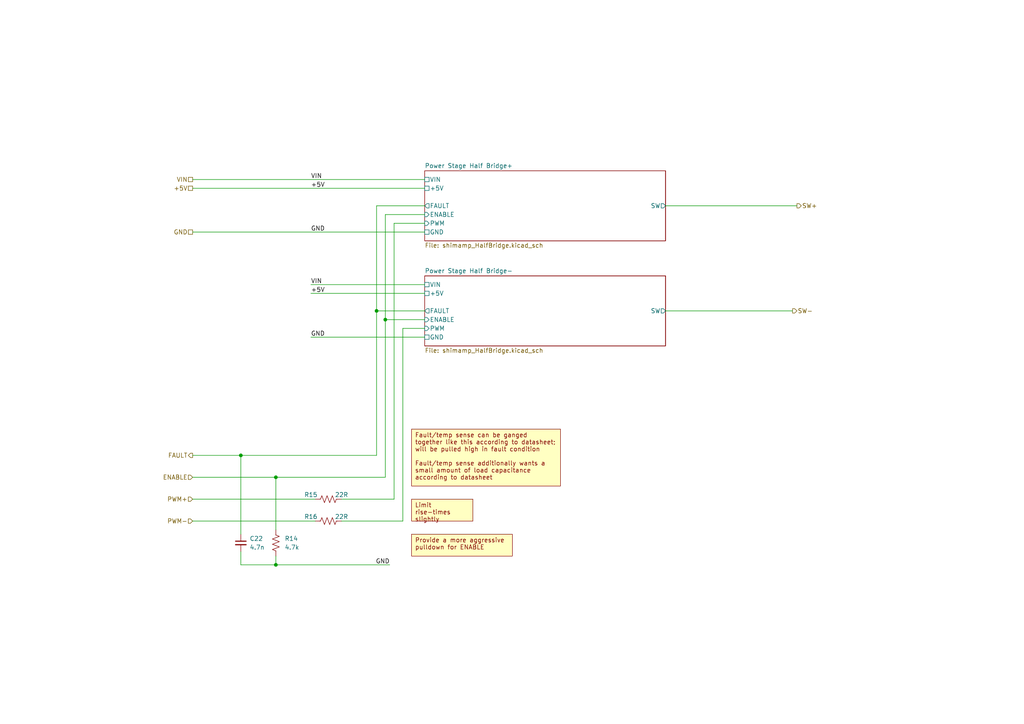
<source format=kicad_sch>
(kicad_sch (version 20230121) (generator eeschema)
  (paper "A4")
  (title_block (title "Shim Amplifier Prototype") (date "2023-08-01") (rev "A.1") (company "Ishaan Govindarajan"))
  (lib_symbols
    (symbol "Custom-Capacitor:CL05B472KB5NNNC" (pin_numbers hide) (pin_names (offset 0.254) hide)
      (property "Reference" "C" (at 0.254 1.778 0))
      (property "Value" "4.7n" (at 0.254 -2.032 0))
      (symbol "CL05B472KB5NNNC_0_1"
        (polyline (pts (xy -1.524 -0.508) (xy 1.524 -0.508)) (stroke (width 0.3302)))
        (polyline (pts (xy -1.524 0.508) (xy 1.524 0.508)) (stroke (width 0.3048)))
      )
      (symbol "CL05B472KB5NNNC_1_1"
        (pin passive line (at 0 2.54 270) (length 2.032) (name "~") (number "1"))
        (pin passive line (at 0 -2.54 90) (length 2.032) (name "~") (number "2"))
      )
    )
    (symbol "Custom-Resistor:RMCF0603FT22R0" (pin_numbers hide) (pin_names (offset 0))
      (property "Reference" "R" (at 2.54 0 90))
      (property "Value" "22R" (at -2.54 0 90))
      (symbol "RMCF0603FT22R0_0_1"
        (polyline (pts (xy 0 -2.286) (xy 0 -2.54)))
        (polyline (pts (xy 0 2.286) (xy 0 2.54)))
        (polyline (pts (xy 0 -0.762) (xy 1.016 -1.143) (xy 0 -1.524) (xy -1.016 -1.905) (xy 0 -2.286)))
        (polyline (pts (xy 0 0.762) (xy 1.016 0.381) (xy 0 0) (xy -1.016 -0.381) (xy 0 -0.762)))
        (polyline (pts (xy 0 2.286) (xy 1.016 1.905) (xy 0 1.524) (xy -1.016 1.143) (xy 0 0.762)))
      )
      (symbol "RMCF0603FT22R0_1_1"
        (pin passive line (at 0 3.81 270) (length 1.27) (name "~") (number "1"))
        (pin passive line (at 0 -3.81 90) (length 1.27) (name "~") (number "2"))
      )
    )
    (symbol "Custom-Resistor:RMCF0603FT4K70" (pin_numbers hide) (pin_names (offset 0))
      (property "Reference" "R" (at 2.54 0 90))
      (property "Value" "4.7k" (at -2.54 0 90))
      (symbol "RMCF0603FT4K70_0_1"
        (polyline (pts (xy 0 -2.286) (xy 0 -2.54)))
        (polyline (pts (xy 0 2.286) (xy 0 2.54)))
        (polyline (pts (xy 0 -0.762) (xy 1.016 -1.143) (xy 0 -1.524) (xy -1.016 -1.905) (xy 0 -2.286)))
        (polyline (pts (xy 0 0.762) (xy 1.016 0.381) (xy 0 0) (xy -1.016 -0.381) (xy 0 -0.762)))
        (polyline (pts (xy 0 2.286) (xy 1.016 1.905) (xy 0 1.524) (xy -1.016 1.143) (xy 0 0.762)))
      )
      (symbol "RMCF0603FT4K70_1_1"
        (pin passive line (at 0 3.81 270) (length 1.27) (name "~") (number "1"))
        (pin passive line (at 0 -3.81 90) (length 1.27) (name "~") (number "2"))
      )
    )
  )
  (junction (at 80.01 163.83))
  (junction (at 80.01 138.43))
  (junction (at 111.76 92.71))
  (junction (at 69.85 132.08))
  (junction (at 109.22 90.17))
  (wire (pts (xy 80.01 163.83) (xy 113.03 163.83)))
  (wire (pts (xy 111.76 92.71) (xy 111.76 138.43)))
  (wire (pts (xy 116.84 95.25) (xy 116.84 151.13)))
  (wire (pts (xy 80.01 138.43) (xy 111.76 138.43)))
  (wire (pts (xy 193.04 90.17) (xy 229.87 90.17)))
  (wire (pts (xy 111.76 62.23) (xy 111.76 92.71)))
  (wire (pts (xy 109.22 90.17) (xy 123.19 90.17)))
  (wire (pts (xy 90.17 82.55) (xy 123.19 82.55)))
  (wire (pts (xy 123.19 62.23) (xy 111.76 62.23)))
  (wire (pts (xy 109.22 90.17) (xy 109.22 132.08)))
  (wire (pts (xy 114.3 64.77) (xy 114.3 144.78)))
  (wire (pts (xy 109.22 59.69) (xy 123.19 59.69)))
  (wire (pts (xy 111.76 92.71) (xy 123.19 92.71)))
  (wire (pts (xy 193.04 59.69) (xy 231.14 59.69)))
  (wire (pts (xy 99.06 151.13) (xy 116.84 151.13)))
  (wire (pts (xy 109.22 59.69) (xy 109.22 90.17)))
  (wire (pts (xy 55.88 138.43) (xy 80.01 138.43)))
  (wire (pts (xy 80.01 161.29) (xy 80.01 163.83)))
  (wire (pts (xy 123.19 64.77) (xy 114.3 64.77)))
  (wire (pts (xy 90.17 85.09) (xy 123.19 85.09)))
  (wire (pts (xy 99.06 144.78) (xy 114.3 144.78)))
  (wire (pts (xy 69.85 132.08) (xy 109.22 132.08)))
  (wire (pts (xy 55.88 67.31) (xy 123.19 67.31)))
  (wire (pts (xy 116.84 95.25) (xy 123.19 95.25)))
  (wire (pts (xy 55.88 132.08) (xy 69.85 132.08)))
  (wire (pts (xy 55.88 151.13) (xy 91.44 151.13)))
  (wire (pts (xy 69.85 160.02) (xy 69.85 163.83)))
  (wire (pts (xy 55.88 144.78) (xy 91.44 144.78)))
  (wire (pts (xy 55.88 52.07) (xy 123.19 52.07)))
  (wire (pts (xy 90.17 97.79) (xy 123.19 97.79)))
  (wire (pts (xy 69.85 163.83) (xy 80.01 163.83)))
  (wire (pts (xy 80.01 138.43) (xy 80.01 153.67)))
  (wire (pts (xy 69.85 132.08) (xy 69.85 154.94)))
  (wire (pts (xy 55.88 54.61) (xy 123.19 54.61)))
  (text_box "Limit rise-times slightly\n" (at 119.38 144.78 0) (size 17.78 6.35) (stroke (width 0) (color 132 0 0 1)) (fill (type color) (color 255 255 194 1)) (effects (font (size 1.27 1.27)) (justify left top)))
  (text_box "Provide a more aggressive pulldown for ENABLE\n" (at 119.38 154.94 0) (size 29.21 6.35) (stroke (width 0) (color 132 0 0 1)) (fill (type color) (color 255 255 194 1)) (effects (font (size 1.27 1.27)) (justify left top)))
  (text_box "Fault/temp sense can be ganged together like this according to datasheet; will be pulled high in fault condition\n\nFault/temp sense additionally wants a small amount of load capacitance according to datasheet" (at 119.38 124.46 0) (size 43.18 16.51) (stroke (width 0) (color 132 0 0 1)) (fill (type color) (color 255 255 194 1)) (effects (font (size 1.27 1.27)) (justify left top)))
  (label "+5V" (at 90.17 85.09 0))
  (label "VIN" (at 90.17 52.07 0))
  (label "GND" (at 113.03 163.83 180))
  (label "VIN" (at 90.17 82.55 0))
  (label "GND" (at 90.17 97.79 0))
  (label "+5V" (at 90.17 54.61 0))
  (label "GND" (at 90.17 67.31 0))
  (hierarchical_label "PWM-" (shape input) (at 55.88 151.13 180))
  (hierarchical_label "PWM+" (shape input) (at 55.88 144.78 180))
  (hierarchical_label "GND" (shape passive) (at 55.88 67.31 180))
  (hierarchical_label "SW+" (shape output) (at 231.14 59.69 0))
  (hierarchical_label "FAULT" (shape output) (at 55.88 132.08 180))
  (hierarchical_label "ENABLE" (shape input) (at 55.88 138.43 180))
  (hierarchical_label "+5V" (shape passive) (at 55.88 54.61 180))
  (hierarchical_label "SW-" (shape output) (at 229.87 90.17 0))
  (hierarchical_label "VIN" (shape passive) (at 55.88 52.07 180))
  (symbol (lib_id "Custom-Resistor:RMCF0603FT22R0") (at 95.25 151.13 90) (unit 1)
    (property "Reference" "R16" (at 90.17 149.86 90))
    (property "Value" "22R" (at 99.06 149.86 90))
    (property "Footprint" "Resistor_SMD:R_0603_1608Metric_Pad0.98x0.95mm_HandSolder" (effects hide))
    (property "Datasheet" "https://www.seielect.com/Catalog/SEI-RMCF_RMCP.pdf" (effects hide))
    (property "Manufacturer" "Stackpole Electronics Inc" (effects hide))
    (property "Part Number" "RMCF0603FT22R0" (effects hide))
  )
  (symbol (lib_id "Custom-Resistor:RMCF0603FT22R0") (at 95.25 144.78 90) (unit 1)
    (property "Reference" "R15" (at 90.17 143.51 90))
    (property "Value" "22R" (at 99.06 143.51 90))
    (property "Footprint" "Resistor_SMD:R_0603_1608Metric_Pad0.98x0.95mm_HandSolder" (effects hide))
    (property "Datasheet" "https://www.seielect.com/Catalog/SEI-RMCF_RMCP.pdf" (effects hide))
    (property "Manufacturer" "Stackpole Electronics Inc" (effects hide))
    (property "Part Number" "RMCF0603FT22R0" (effects hide))
  )
  (symbol (lib_id "Custom-Resistor:RMCF0603FT4K70") (at 80.01 157.48 180) (unit 1)
    (property "Reference" "R14" (at 82.55 156.21 0) (effects (justify right)))
    (property "Value" "4.7k" (at 82.55 158.75 0) (effects (justify right)))
    (property "Footprint" "Resistor_SMD:R_0603_1608Metric_Pad0.98x0.95mm_HandSolder" (effects hide))
    (property "Datasheet" "https://www.seielect.com/Catalog/SEI-RMCF_RMCP.pdf" (effects hide))
    (property "Manufacturer" "Stackpole Electronics Inc" (effects hide))
    (property "Part Number" "RMCF0603FT4K70" (effects hide))
  )
  (symbol (lib_id "Custom-Capacitor:CL05B472KB5NNNC") (at 69.85 157.48 0) (unit 1)
    (property "Reference" "C22" (at 72.39 156.2163 0) (effects (justify left)))
    (property "Value" "4.7n" (at 72.39 158.7563 0) (effects (justify left)))
    (property "Footprint" "Capacitor_SMD:C_0402_1005Metric_Pad0.74x0.62mm_HandSolder" (effects hide))
    (property "Datasheet" "https://media.digikey.com/pdf/Data%20Sheets/Samsung%20PDFs/CL05B472KB5NNNC_Spec.pdf" (effects hide))
    (property "Manufacturer" "Samsung Electro-Mechanics" (effects hide))
    (property "Part Number" "CL05B472KB5NNNC" (effects hide))
  )
  (sheet (at 123.19 80.01) (size 69.85 20.32) (stroke (width 0.1524))
    (property "Sheetname" "Power Stage Half Bridge-" (at 123.19 79.2984 0) (effects (justify left bottom)))
    (property "Sheetfile" "shimamp_HalfBridge.kicad_sch" (at 123.19 100.9146 0) (effects (justify left top)))
    (pin "GND" passive (at 123.19 97.79 180))
    (pin "+5V" passive (at 123.19 85.09 180))
    (pin "VIN" passive (at 123.19 82.55 180))
    (pin "ENABLE" input (at 123.19 92.71 180))
    (pin "FAULT" output (at 123.19 90.17 180))
    (pin "PWM" input (at 123.19 95.25 180))
    (pin "SW" output (at 193.04 90.17 0))
  )
  (sheet (at 123.19 49.53) (size 69.85 20.32) (stroke (width 0.1524))
    (property "Sheetname" "Power Stage Half Bridge+" (at 123.19 48.8184 0) (effects (justify left bottom)))
    (property "Sheetfile" "shimamp_HalfBridge.kicad_sch" (at 123.19 70.4346 0) (effects (justify left top)))
    (pin "GND" passive (at 123.19 67.31 180))
    (pin "+5V" passive (at 123.19 54.61 180))
    (pin "VIN" passive (at 123.19 52.07 180))
    (pin "ENABLE" input (at 123.19 62.23 180))
    (pin "FAULT" output (at 123.19 59.69 180))
    (pin "PWM" input (at 123.19 64.77 180))
    (pin "SW" output (at 193.04 59.69 0))
  )
)
</source>
